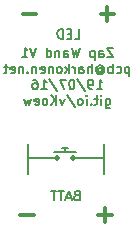
<source format=gbo>
G04 #@! TF.FileFunction,Legend,Bot*
%FSLAX46Y46*%
G04 Gerber Fmt 4.6, Leading zero omitted, Abs format (unit mm)*
G04 Created by KiCad (PCBNEW (2016-06-01 BZR 6870, Git 0ccd3bb)-product) date 07/21/16 14:30:39*
%MOMM*%
%LPD*%
G01*
G04 APERTURE LIST*
%ADD10C,0.150000*%
%ADD11C,0.200000*%
%ADD12C,0.500000*%
%ADD13C,0.300000*%
G04 APERTURE END LIST*
D10*
D11*
X65650000Y-42800000D02*
X66150000Y-42800000D01*
X65900000Y-43150000D02*
X65900000Y-42800000D01*
X64950000Y-43150000D02*
X66850000Y-43150000D01*
X66600000Y-43700000D02*
X69250000Y-43700000D01*
D12*
X66600000Y-43700000D02*
X66600000Y-43700000D01*
X65200000Y-43700000D02*
X65200000Y-43700000D01*
D11*
X65200000Y-43700000D02*
X62750000Y-43700000D01*
X69250000Y-42500000D02*
X69250000Y-45000000D01*
X62750000Y-42500000D02*
X62750000Y-45000000D01*
D10*
X66714285Y-33561904D02*
X67095238Y-33561904D01*
X67095238Y-32761904D01*
X66447619Y-33142857D02*
X66180952Y-33142857D01*
X66066666Y-33561904D02*
X66447619Y-33561904D01*
X66447619Y-32761904D01*
X66066666Y-32761904D01*
X65723809Y-33561904D02*
X65723809Y-32761904D01*
X65533333Y-32761904D01*
X65419047Y-32800000D01*
X65342857Y-32876190D01*
X65304761Y-32952380D01*
X65266666Y-33104761D01*
X65266666Y-33219047D01*
X65304761Y-33371428D01*
X65342857Y-33447619D01*
X65419047Y-33523809D01*
X65533333Y-33561904D01*
X65723809Y-33561904D01*
X66895238Y-46842857D02*
X66780952Y-46880952D01*
X66742857Y-46919047D01*
X66704761Y-46995238D01*
X66704761Y-47109523D01*
X66742857Y-47185714D01*
X66780952Y-47223809D01*
X66857142Y-47261904D01*
X67161904Y-47261904D01*
X67161904Y-46461904D01*
X66895238Y-46461904D01*
X66819047Y-46500000D01*
X66780952Y-46538095D01*
X66742857Y-46614285D01*
X66742857Y-46690476D01*
X66780952Y-46766666D01*
X66819047Y-46804761D01*
X66895238Y-46842857D01*
X67161904Y-46842857D01*
X66400000Y-47033333D02*
X66019047Y-47033333D01*
X66476190Y-47261904D02*
X66209523Y-46461904D01*
X65942857Y-47261904D01*
X65790476Y-46461904D02*
X65333333Y-46461904D01*
X65561904Y-47261904D02*
X65561904Y-46461904D01*
X65180952Y-46461904D02*
X64723809Y-46461904D01*
X64952380Y-47261904D02*
X64952380Y-46461904D01*
D13*
X70071428Y-31507142D02*
X68928571Y-31507142D01*
X69500000Y-32078571D02*
X69500000Y-30935714D01*
X63471428Y-31507142D02*
X62328571Y-31507142D01*
D10*
X69966666Y-34336904D02*
X69433333Y-34336904D01*
X69966666Y-35136904D01*
X69433333Y-35136904D01*
X68785714Y-35136904D02*
X68785714Y-34717857D01*
X68823809Y-34641666D01*
X68900000Y-34603571D01*
X69052380Y-34603571D01*
X69128571Y-34641666D01*
X68785714Y-35098809D02*
X68861904Y-35136904D01*
X69052380Y-35136904D01*
X69128571Y-35098809D01*
X69166666Y-35022619D01*
X69166666Y-34946428D01*
X69128571Y-34870238D01*
X69052380Y-34832142D01*
X68861904Y-34832142D01*
X68785714Y-34794047D01*
X68404761Y-34603571D02*
X68404761Y-35403571D01*
X68404761Y-34641666D02*
X68328571Y-34603571D01*
X68176190Y-34603571D01*
X68100000Y-34641666D01*
X68061904Y-34679761D01*
X68023809Y-34755952D01*
X68023809Y-34984523D01*
X68061904Y-35060714D01*
X68100000Y-35098809D01*
X68176190Y-35136904D01*
X68328571Y-35136904D01*
X68404761Y-35098809D01*
X67147619Y-34336904D02*
X66957142Y-35136904D01*
X66804761Y-34565476D01*
X66652380Y-35136904D01*
X66461904Y-34336904D01*
X65814285Y-35136904D02*
X65814285Y-34717857D01*
X65852380Y-34641666D01*
X65928571Y-34603571D01*
X66080952Y-34603571D01*
X66157142Y-34641666D01*
X65814285Y-35098809D02*
X65890476Y-35136904D01*
X66080952Y-35136904D01*
X66157142Y-35098809D01*
X66195238Y-35022619D01*
X66195238Y-34946428D01*
X66157142Y-34870238D01*
X66080952Y-34832142D01*
X65890476Y-34832142D01*
X65814285Y-34794047D01*
X65433333Y-34603571D02*
X65433333Y-35136904D01*
X65433333Y-34679761D02*
X65395238Y-34641666D01*
X65319047Y-34603571D01*
X65204761Y-34603571D01*
X65128571Y-34641666D01*
X65090476Y-34717857D01*
X65090476Y-35136904D01*
X64366666Y-35136904D02*
X64366666Y-34336904D01*
X64366666Y-35098809D02*
X64442857Y-35136904D01*
X64595238Y-35136904D01*
X64671428Y-35098809D01*
X64709523Y-35060714D01*
X64747619Y-34984523D01*
X64747619Y-34755952D01*
X64709523Y-34679761D01*
X64671428Y-34641666D01*
X64595238Y-34603571D01*
X64442857Y-34603571D01*
X64366666Y-34641666D01*
X63490476Y-34336904D02*
X63223809Y-35136904D01*
X62957142Y-34336904D01*
X62271428Y-35136904D02*
X62728571Y-35136904D01*
X62500000Y-35136904D02*
X62500000Y-34336904D01*
X62576190Y-34451190D01*
X62652380Y-34527380D01*
X62728571Y-34565476D01*
X71338095Y-35953571D02*
X71338095Y-36753571D01*
X71338095Y-35991666D02*
X71261904Y-35953571D01*
X71109523Y-35953571D01*
X71033333Y-35991666D01*
X70995238Y-36029761D01*
X70957142Y-36105952D01*
X70957142Y-36334523D01*
X70995238Y-36410714D01*
X71033333Y-36448809D01*
X71109523Y-36486904D01*
X71261904Y-36486904D01*
X71338095Y-36448809D01*
X70271428Y-36448809D02*
X70347619Y-36486904D01*
X70500000Y-36486904D01*
X70576190Y-36448809D01*
X70614285Y-36410714D01*
X70652380Y-36334523D01*
X70652380Y-36105952D01*
X70614285Y-36029761D01*
X70576190Y-35991666D01*
X70500000Y-35953571D01*
X70347619Y-35953571D01*
X70271428Y-35991666D01*
X69928571Y-36486904D02*
X69928571Y-35686904D01*
X69928571Y-35991666D02*
X69852380Y-35953571D01*
X69700000Y-35953571D01*
X69623809Y-35991666D01*
X69585714Y-36029761D01*
X69547619Y-36105952D01*
X69547619Y-36334523D01*
X69585714Y-36410714D01*
X69623809Y-36448809D01*
X69700000Y-36486904D01*
X69852380Y-36486904D01*
X69928571Y-36448809D01*
X68709523Y-36105952D02*
X68747619Y-36067857D01*
X68823809Y-36029761D01*
X68900000Y-36029761D01*
X68976190Y-36067857D01*
X69014285Y-36105952D01*
X69052380Y-36182142D01*
X69052380Y-36258333D01*
X69014285Y-36334523D01*
X68976190Y-36372619D01*
X68900000Y-36410714D01*
X68823809Y-36410714D01*
X68747619Y-36372619D01*
X68709523Y-36334523D01*
X68709523Y-36029761D02*
X68709523Y-36334523D01*
X68671428Y-36372619D01*
X68633333Y-36372619D01*
X68557142Y-36334523D01*
X68519047Y-36258333D01*
X68519047Y-36067857D01*
X68595238Y-35953571D01*
X68709523Y-35877380D01*
X68861904Y-35839285D01*
X69014285Y-35877380D01*
X69128571Y-35953571D01*
X69204761Y-36067857D01*
X69242857Y-36220238D01*
X69204761Y-36372619D01*
X69128571Y-36486904D01*
X69014285Y-36563095D01*
X68861904Y-36601190D01*
X68709523Y-36563095D01*
X68595238Y-36486904D01*
X68176190Y-36486904D02*
X68176190Y-35686904D01*
X67833333Y-36486904D02*
X67833333Y-36067857D01*
X67871428Y-35991666D01*
X67947619Y-35953571D01*
X68061904Y-35953571D01*
X68138095Y-35991666D01*
X68176190Y-36029761D01*
X67109523Y-36486904D02*
X67109523Y-36067857D01*
X67147619Y-35991666D01*
X67223809Y-35953571D01*
X67376190Y-35953571D01*
X67452380Y-35991666D01*
X67109523Y-36448809D02*
X67185714Y-36486904D01*
X67376190Y-36486904D01*
X67452380Y-36448809D01*
X67490476Y-36372619D01*
X67490476Y-36296428D01*
X67452380Y-36220238D01*
X67376190Y-36182142D01*
X67185714Y-36182142D01*
X67109523Y-36144047D01*
X66728571Y-36486904D02*
X66728571Y-35953571D01*
X66728571Y-36105952D02*
X66690476Y-36029761D01*
X66652380Y-35991666D01*
X66576190Y-35953571D01*
X66500000Y-35953571D01*
X66233333Y-36486904D02*
X66233333Y-35686904D01*
X66157142Y-36182142D02*
X65928571Y-36486904D01*
X65928571Y-35953571D02*
X66233333Y-36258333D01*
X65471428Y-36486904D02*
X65547619Y-36448809D01*
X65585714Y-36410714D01*
X65623809Y-36334523D01*
X65623809Y-36105952D01*
X65585714Y-36029761D01*
X65547619Y-35991666D01*
X65471428Y-35953571D01*
X65357142Y-35953571D01*
X65280952Y-35991666D01*
X65242857Y-36029761D01*
X65204761Y-36105952D01*
X65204761Y-36334523D01*
X65242857Y-36410714D01*
X65280952Y-36448809D01*
X65357142Y-36486904D01*
X65471428Y-36486904D01*
X64861904Y-35953571D02*
X64861904Y-36486904D01*
X64861904Y-36029761D02*
X64823809Y-35991666D01*
X64747619Y-35953571D01*
X64633333Y-35953571D01*
X64557142Y-35991666D01*
X64519047Y-36067857D01*
X64519047Y-36486904D01*
X63833333Y-36448809D02*
X63909523Y-36486904D01*
X64061904Y-36486904D01*
X64138095Y-36448809D01*
X64176190Y-36372619D01*
X64176190Y-36067857D01*
X64138095Y-35991666D01*
X64061904Y-35953571D01*
X63909523Y-35953571D01*
X63833333Y-35991666D01*
X63795238Y-36067857D01*
X63795238Y-36144047D01*
X64176190Y-36220238D01*
X63452380Y-35953571D02*
X63452380Y-36486904D01*
X63452380Y-36029761D02*
X63414285Y-35991666D01*
X63338095Y-35953571D01*
X63223809Y-35953571D01*
X63147619Y-35991666D01*
X63109523Y-36067857D01*
X63109523Y-36486904D01*
X62728571Y-36410714D02*
X62690476Y-36448809D01*
X62728571Y-36486904D01*
X62766666Y-36448809D01*
X62728571Y-36410714D01*
X62728571Y-36486904D01*
X62347619Y-35953571D02*
X62347619Y-36486904D01*
X62347619Y-36029761D02*
X62309523Y-35991666D01*
X62233333Y-35953571D01*
X62119047Y-35953571D01*
X62042857Y-35991666D01*
X62004761Y-36067857D01*
X62004761Y-36486904D01*
X61319047Y-36448809D02*
X61395238Y-36486904D01*
X61547619Y-36486904D01*
X61623809Y-36448809D01*
X61661904Y-36372619D01*
X61661904Y-36067857D01*
X61623809Y-35991666D01*
X61547619Y-35953571D01*
X61395238Y-35953571D01*
X61319047Y-35991666D01*
X61280952Y-36067857D01*
X61280952Y-36144047D01*
X61661904Y-36220238D01*
X61052380Y-35953571D02*
X60747619Y-35953571D01*
X60938095Y-35686904D02*
X60938095Y-36372619D01*
X60900000Y-36448809D01*
X60823809Y-36486904D01*
X60747619Y-36486904D01*
X68614285Y-37836904D02*
X69071428Y-37836904D01*
X68842857Y-37836904D02*
X68842857Y-37036904D01*
X68919047Y-37151190D01*
X68995238Y-37227380D01*
X69071428Y-37265476D01*
X68233333Y-37836904D02*
X68080952Y-37836904D01*
X68004761Y-37798809D01*
X67966666Y-37760714D01*
X67890476Y-37646428D01*
X67852380Y-37494047D01*
X67852380Y-37189285D01*
X67890476Y-37113095D01*
X67928571Y-37075000D01*
X68004761Y-37036904D01*
X68157142Y-37036904D01*
X68233333Y-37075000D01*
X68271428Y-37113095D01*
X68309523Y-37189285D01*
X68309523Y-37379761D01*
X68271428Y-37455952D01*
X68233333Y-37494047D01*
X68157142Y-37532142D01*
X68004761Y-37532142D01*
X67928571Y-37494047D01*
X67890476Y-37455952D01*
X67852380Y-37379761D01*
X66938095Y-36998809D02*
X67623809Y-38027380D01*
X66519047Y-37036904D02*
X66442857Y-37036904D01*
X66366666Y-37075000D01*
X66328571Y-37113095D01*
X66290476Y-37189285D01*
X66252380Y-37341666D01*
X66252380Y-37532142D01*
X66290476Y-37684523D01*
X66328571Y-37760714D01*
X66366666Y-37798809D01*
X66442857Y-37836904D01*
X66519047Y-37836904D01*
X66595238Y-37798809D01*
X66633333Y-37760714D01*
X66671428Y-37684523D01*
X66709523Y-37532142D01*
X66709523Y-37341666D01*
X66671428Y-37189285D01*
X66633333Y-37113095D01*
X66595238Y-37075000D01*
X66519047Y-37036904D01*
X65985714Y-37036904D02*
X65452380Y-37036904D01*
X65795238Y-37836904D01*
X64576190Y-36998809D02*
X65261904Y-38027380D01*
X63890476Y-37836904D02*
X64347619Y-37836904D01*
X64119047Y-37836904D02*
X64119047Y-37036904D01*
X64195238Y-37151190D01*
X64271428Y-37227380D01*
X64347619Y-37265476D01*
X63204761Y-37036904D02*
X63357142Y-37036904D01*
X63433333Y-37075000D01*
X63471428Y-37113095D01*
X63547619Y-37227380D01*
X63585714Y-37379761D01*
X63585714Y-37684523D01*
X63547619Y-37760714D01*
X63509523Y-37798809D01*
X63433333Y-37836904D01*
X63280952Y-37836904D01*
X63204761Y-37798809D01*
X63166666Y-37760714D01*
X63128571Y-37684523D01*
X63128571Y-37494047D01*
X63166666Y-37417857D01*
X63204761Y-37379761D01*
X63280952Y-37341666D01*
X63433333Y-37341666D01*
X63509523Y-37379761D01*
X63547619Y-37417857D01*
X63585714Y-37494047D01*
X69338095Y-38653571D02*
X69338095Y-39301190D01*
X69376190Y-39377380D01*
X69414285Y-39415476D01*
X69490476Y-39453571D01*
X69604761Y-39453571D01*
X69680952Y-39415476D01*
X69338095Y-39148809D02*
X69414285Y-39186904D01*
X69566666Y-39186904D01*
X69642857Y-39148809D01*
X69680952Y-39110714D01*
X69719047Y-39034523D01*
X69719047Y-38805952D01*
X69680952Y-38729761D01*
X69642857Y-38691666D01*
X69566666Y-38653571D01*
X69414285Y-38653571D01*
X69338095Y-38691666D01*
X68957142Y-39186904D02*
X68957142Y-38653571D01*
X68957142Y-38386904D02*
X68995238Y-38425000D01*
X68957142Y-38463095D01*
X68919047Y-38425000D01*
X68957142Y-38386904D01*
X68957142Y-38463095D01*
X68690476Y-38653571D02*
X68385714Y-38653571D01*
X68576190Y-38386904D02*
X68576190Y-39072619D01*
X68538095Y-39148809D01*
X68461904Y-39186904D01*
X68385714Y-39186904D01*
X68119047Y-39110714D02*
X68080952Y-39148809D01*
X68119047Y-39186904D01*
X68157142Y-39148809D01*
X68119047Y-39110714D01*
X68119047Y-39186904D01*
X67738095Y-39186904D02*
X67738095Y-38653571D01*
X67738095Y-38386904D02*
X67776190Y-38425000D01*
X67738095Y-38463095D01*
X67700000Y-38425000D01*
X67738095Y-38386904D01*
X67738095Y-38463095D01*
X67242857Y-39186904D02*
X67319047Y-39148809D01*
X67357142Y-39110714D01*
X67395238Y-39034523D01*
X67395238Y-38805952D01*
X67357142Y-38729761D01*
X67319047Y-38691666D01*
X67242857Y-38653571D01*
X67128571Y-38653571D01*
X67052380Y-38691666D01*
X67014285Y-38729761D01*
X66976190Y-38805952D01*
X66976190Y-39034523D01*
X67014285Y-39110714D01*
X67052380Y-39148809D01*
X67128571Y-39186904D01*
X67242857Y-39186904D01*
X66061904Y-38348809D02*
X66747619Y-39377380D01*
X65871428Y-38653571D02*
X65680952Y-39186904D01*
X65490476Y-38653571D01*
X65185714Y-39186904D02*
X65185714Y-38386904D01*
X64728571Y-39186904D02*
X65071428Y-38729761D01*
X64728571Y-38386904D02*
X65185714Y-38844047D01*
X64271428Y-39186904D02*
X64347619Y-39148809D01*
X64385714Y-39110714D01*
X64423809Y-39034523D01*
X64423809Y-38805952D01*
X64385714Y-38729761D01*
X64347619Y-38691666D01*
X64271428Y-38653571D01*
X64157142Y-38653571D01*
X64080952Y-38691666D01*
X64042857Y-38729761D01*
X64004761Y-38805952D01*
X64004761Y-39034523D01*
X64042857Y-39110714D01*
X64080952Y-39148809D01*
X64157142Y-39186904D01*
X64271428Y-39186904D01*
X63357142Y-39148809D02*
X63433333Y-39186904D01*
X63585714Y-39186904D01*
X63661904Y-39148809D01*
X63700000Y-39072619D01*
X63700000Y-38767857D01*
X63661904Y-38691666D01*
X63585714Y-38653571D01*
X63433333Y-38653571D01*
X63357142Y-38691666D01*
X63319047Y-38767857D01*
X63319047Y-38844047D01*
X63700000Y-38920238D01*
X63052380Y-38653571D02*
X62900000Y-39186904D01*
X62747619Y-38805952D01*
X62595238Y-39186904D01*
X62442857Y-38653571D01*
D13*
X63271428Y-48507142D02*
X62128571Y-48507142D01*
X69871428Y-48507142D02*
X68728571Y-48507142D01*
X69300000Y-49078571D02*
X69300000Y-47935714D01*
M02*

</source>
